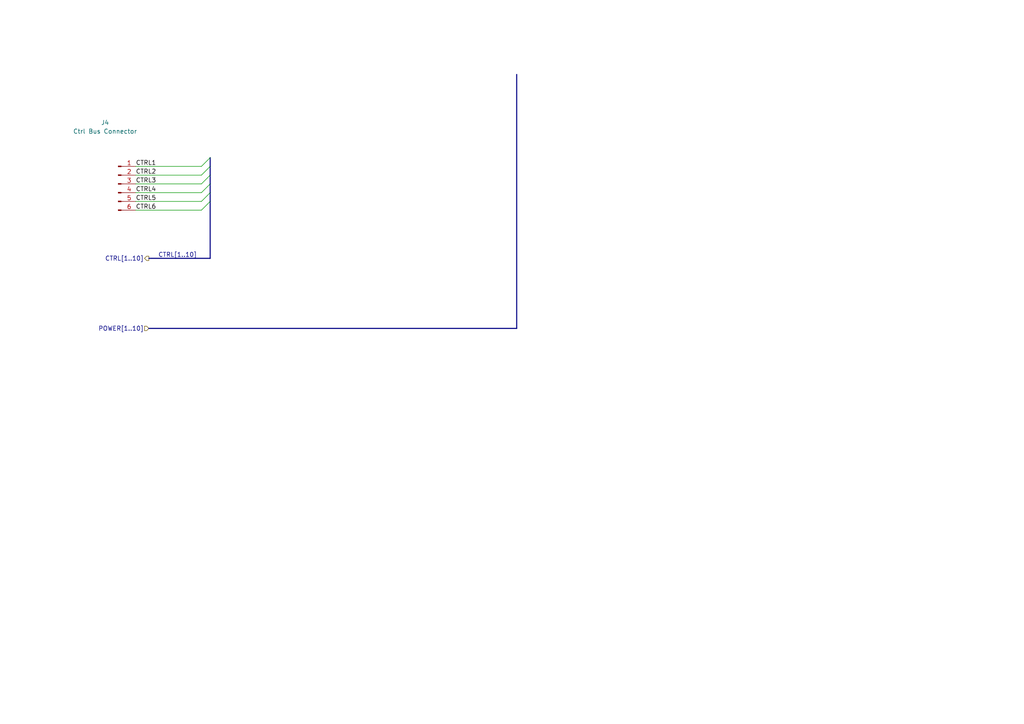
<source format=kicad_sch>
(kicad_sch (version 20230121) (generator eeschema)
  (paper "A4")
  (title_block (title "PLUTO RF Front-End Card") (rev " 001") (company "Steves Custom Computers"))
  (lib_symbols
    (symbol "Connector:Conn_01x06_Pin" (pin_names (offset 1.016) hide)
      (property "Reference" "J" (at 0 7.62 0))
      (property "Value" "Conn_01x06_Pin" (at 0 -10.16 0))
      (symbol "Conn_01x06_Pin_1_1"
        (polyline (pts (xy 1.27 -7.62) (xy 0.8636 -7.62)) (stroke (width 0.1524)))
        (polyline (pts (xy 1.27 -5.08) (xy 0.8636 -5.08)) (stroke (width 0.1524)))
        (polyline (pts (xy 1.27 -2.54) (xy 0.8636 -2.54)) (stroke (width 0.1524)))
        (polyline (pts (xy 1.27 0) (xy 0.8636 0)) (stroke (width 0.1524)))
        (polyline (pts (xy 1.27 2.54) (xy 0.8636 2.54)) (stroke (width 0.1524)))
        (polyline (pts (xy 1.27 5.08) (xy 0.8636 5.08)) (stroke (width 0.1524)))
        (rectangle (start 0.8636 -7.493) (end 0 -7.747) (stroke (width 0.1524)) (fill (type outline)))
        (rectangle (start 0.8636 -4.953) (end 0 -5.207) (stroke (width 0.1524)) (fill (type outline)))
        (rectangle (start 0.8636 -2.413) (end 0 -2.667) (stroke (width 0.1524)) (fill (type outline)))
        (rectangle (start 0.8636 0.127) (end 0 -0.127) (stroke (width 0.1524)) (fill (type outline)))
        (rectangle (start 0.8636 2.667) (end 0 2.413) (stroke (width 0.1524)) (fill (type outline)))
        (rectangle (start 0.8636 5.207) (end 0 4.953) (stroke (width 0.1524)) (fill (type outline)))
        (pin passive line (at 5.08 5.08 180) (length 3.81) (name "Pin_1") (number "1"))
        (pin passive line (at 5.08 2.54 180) (length 3.81) (name "Pin_2") (number "2"))
        (pin passive line (at 5.08 0 180) (length 3.81) (name "Pin_3") (number "3"))
        (pin passive line (at 5.08 -2.54 180) (length 3.81) (name "Pin_4") (number "4"))
        (pin passive line (at 5.08 -5.08 180) (length 3.81) (name "Pin_5") (number "5"))
        (pin passive line (at 5.08 -7.62 180) (length 3.81) (name "Pin_6") (number "6"))
      )
    )
  )
  (bus_alias "CTRL[1..10]" (members "TR_SEL" "HV_SEL" "UL_SEL" "MIX_SEL" "BAND_SEL[1..2]"))
  (bus_entry (at 60.96 50.8) (size -2.54 2.54))
  (bus_entry (at 60.96 45.72) (size -2.54 2.54))
  (bus_entry (at 60.96 53.34) (size -2.54 2.54))
  (bus_entry (at 60.96 55.88) (size -2.54 2.54))
  (bus_entry (at 60.96 58.42) (size -2.54 2.54))
  (bus_entry (at 60.96 48.26) (size -2.54 2.54))
  (wire (pts (xy 39.37 60.96) (xy 58.42 60.96)))
  (bus (pts (xy 60.96 50.8) (xy 60.96 53.34)))
  (bus (pts (xy 60.96 48.26) (xy 60.96 50.8)))
  (wire (pts (xy 39.37 53.34) (xy 58.42 53.34)))
  (bus (pts (xy 60.96 74.93) (xy 43.18 74.93)))
  (bus (pts (xy 60.96 55.88) (xy 60.96 58.42)))
  (wire (pts (xy 39.37 48.26) (xy 58.42 48.26)))
  (bus (pts (xy 60.96 53.34) (xy 60.96 55.88)))
  (bus (pts (xy 60.96 45.72) (xy 60.96 48.26)))
  (bus (pts (xy 60.96 58.42) (xy 60.96 74.93)))
  (bus (pts (xy 149.86 21.59) (xy 149.86 95.25)))
  (bus (pts (xy 43.18 95.25) (xy 149.86 95.25)))
  (wire (pts (xy 39.37 50.8) (xy 58.42 50.8)))
  (wire (pts (xy 39.37 55.88) (xy 58.42 55.88)))
  (wire (pts (xy 39.37 58.42) (xy 58.42 58.42)))
  (label "CTRL[1..10]" (at 57.15 74.93 180))
  (label "CTRL6" (at 39.37 60.96 0))
  (label "CTRL5" (at 39.37 58.42 0))
  (label "CTRL4" (at 39.37 55.88 0))
  (label "CTRL3" (at 39.37 53.34 0))
  (label "CTRL2" (at 39.37 50.8 0))
  (label "CTRL1" (at 39.37 48.26 0))
  (hierarchical_label "POWER[1..10]" (shape input) (at 43.18 95.25 180))
  (hierarchical_label "CTRL[1..10]" (shape output) (at 43.18 74.93 180))
  (symbol (lib_id "Connector:Conn_01x06_Pin") (at 34.29 53.34 0) (unit 1)
    (property "Reference" "J4" (at 30.48 35.56 0))
    (property "Value" "Ctrl Bus Connector" (at 30.48 38.1 0))
  )
)
</source>
